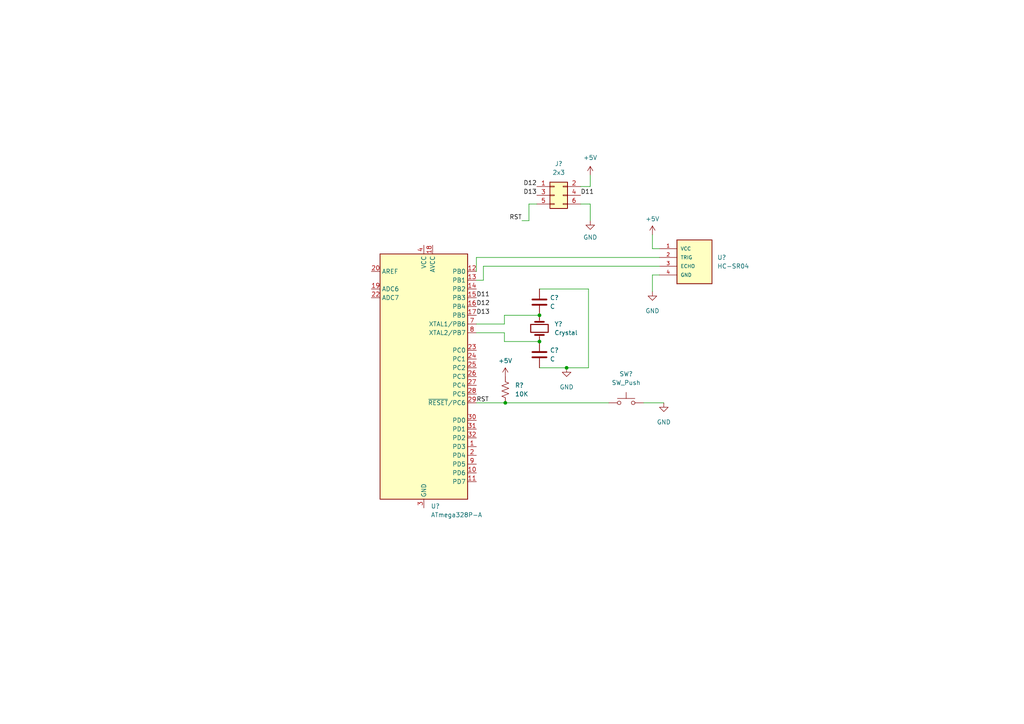
<source format=kicad_sch>
(kicad_sch (version 20211123) (generator eeschema)
  (paper "A4")
  (lib_symbols
    (symbol "Connector_Generic:Conn_02x03_Odd_Even" (pin_names (offset 1.016) hide)
      (property "Reference" "J" (at 1.27 5.08 0))
      (property "Value" "Conn_02x03_Odd_Even" (at 1.27 -5.08 0))
      (symbol "Conn_02x03_Odd_Even_1_1"
        (rectangle (start -1.27 -2.413) (end 0 -2.667) (stroke (width 0.1524)))
        (rectangle (start -1.27 0.127) (end 0 -0.127) (stroke (width 0.1524)))
        (rectangle (start -1.27 2.667) (end 0 2.413) (stroke (width 0.1524)))
        (rectangle (start -1.27 3.81) (end 3.81 -3.81) (stroke (width 0.254)) (fill (type background)))
        (rectangle (start 3.81 -2.413) (end 2.54 -2.667) (stroke (width 0.1524)))
        (rectangle (start 3.81 0.127) (end 2.54 -0.127) (stroke (width 0.1524)))
        (rectangle (start 3.81 2.667) (end 2.54 2.413) (stroke (width 0.1524)))
        (pin passive line (at -5.08 2.54 0) (length 3.81) (name "Pin_1") (number "1"))
        (pin passive line (at 7.62 2.54 180) (length 3.81) (name "Pin_2") (number "2"))
        (pin passive line (at -5.08 0 0) (length 3.81) (name "Pin_3") (number "3"))
        (pin passive line (at 7.62 0 180) (length 3.81) (name "Pin_4") (number "4"))
        (pin passive line (at -5.08 -2.54 0) (length 3.81) (name "Pin_5") (number "5"))
        (pin passive line (at 7.62 -2.54 180) (length 3.81) (name "Pin_6") (number "6"))
      )
    )
    (symbol "Device:C" (pin_numbers hide) (pin_names (offset 0.254))
      (property "Reference" "C" (at 0.635 2.54 0))
      (property "Value" "C" (at 0.635 -2.54 0))
      (symbol "C_0_1"
        (polyline (pts (xy -2.032 -0.762) (xy 2.032 -0.762)) (stroke (width 0.508)))
        (polyline (pts (xy -2.032 0.762) (xy 2.032 0.762)) (stroke (width 0.508)))
      )
      (symbol "C_1_1"
        (pin passive line (at 0 3.81 270) (length 2.794) (name "~") (number "1"))
        (pin passive line (at 0 -3.81 90) (length 2.794) (name "~") (number "2"))
      )
    )
    (symbol "Device:Crystal" (pin_numbers hide) (pin_names (offset 1.016) hide)
      (property "Reference" "Y" (at 0 3.81 0))
      (property "Value" "Crystal" (at 0 -3.81 0))
      (symbol "Crystal_0_1"
        (rectangle (start -1.143 2.54) (end 1.143 -2.54) (stroke (width 0.3048)))
        (polyline (pts (xy -2.54 0) (xy -1.905 0)))
        (polyline (pts (xy -1.905 -1.27) (xy -1.905 1.27)) (stroke (width 0.508)))
        (polyline (pts (xy 1.905 -1.27) (xy 1.905 1.27)) (stroke (width 0.508)))
        (polyline (pts (xy 2.54 0) (xy 1.905 0)))
      )
      (symbol "Crystal_1_1"
        (pin passive line (at -3.81 0 0) (length 1.27) (name "1") (number "1"))
        (pin passive line (at 3.81 0 180) (length 1.27) (name "2") (number "2"))
      )
    )
    (symbol "Device:R_US" (pin_numbers hide) (pin_names (offset 0))
      (property "Reference" "R" (at 2.54 0 90))
      (property "Value" "R_US" (at -2.54 0 90))
      (symbol "R_US_0_1"
        (polyline (pts (xy 0 -2.286) (xy 0 -2.54)))
        (polyline (pts (xy 0 2.286) (xy 0 2.54)))
        (polyline (pts (xy 0 -0.762) (xy 1.016 -1.143) (xy 0 -1.524) (xy -1.016 -1.905) (xy 0 -2.286)))
        (polyline (pts (xy 0 0.762) (xy 1.016 0.381) (xy 0 0) (xy -1.016 -0.381) (xy 0 -0.762)))
        (polyline (pts (xy 0 2.286) (xy 1.016 1.905) (xy 0 1.524) (xy -1.016 1.143) (xy 0 0.762)))
      )
      (symbol "R_US_1_1"
        (pin passive line (at 0 3.81 270) (length 1.27) (name "~") (number "1"))
        (pin passive line (at 0 -3.81 90) (length 1.27) (name "~") (number "2"))
      )
    )
    (symbol "MCU_Microchip_ATmega:ATmega328P-A"
      (property "Reference" "U" (at -12.7 36.83 0))
      (property "Value" "ATmega328P-A" (at 2.54 -36.83 0))
      (symbol "ATmega328P-A_0_1"
        (rectangle (start -12.7 -35.56) (end 12.7 35.56) (stroke (width 0.254)) (fill (type background)))
      )
      (symbol "ATmega328P-A_1_1"
        (pin bidirectional line (at 15.24 -20.32 180) (length 2.54) (name "PD3") (number "1"))
        (pin bidirectional line (at 15.24 -27.94 180) (length 2.54) (name "PD6") (number "10"))
        (pin bidirectional line (at 15.24 -30.48 180) (length 2.54) (name "PD7") (number "11"))
        (pin bidirectional line (at 15.24 30.48 180) (length 2.54) (name "PB0") (number "12"))
        (pin bidirectional line (at 15.24 27.94 180) (length 2.54) (name "PB1") (number "13"))
        (pin bidirectional line (at 15.24 25.4 180) (length 2.54) (name "PB2") (number "14"))
        (pin bidirectional line (at 15.24 22.86 180) (length 2.54) (name "PB3") (number "15"))
        (pin bidirectional line (at 15.24 20.32 180) (length 2.54) (name "PB4") (number "16"))
        (pin bidirectional line (at 15.24 17.78 180) (length 2.54) (name "PB5") (number "17"))
        (pin power_in line (at 2.54 38.1 270) (length 2.54) (name "AVCC") (number "18"))
        (pin input line (at -15.24 25.4 0) (length 2.54) (name "ADC6") (number "19"))
        (pin bidirectional line (at 15.24 -22.86 180) (length 2.54) (name "PD4") (number "2"))
        (pin passive line (at -15.24 30.48 0) (length 2.54) (name "AREF") (number "20"))
        (pin passive line (at 0 -38.1 90) (length 2.54) hide (name "GND") (number "21"))
        (pin input line (at -15.24 22.86 0) (length 2.54) (name "ADC7") (number "22"))
        (pin bidirectional line (at 15.24 7.62 180) (length 2.54) (name "PC0") (number "23"))
        (pin bidirectional line (at 15.24 5.08 180) (length 2.54) (name "PC1") (number "24"))
        (pin bidirectional line (at 15.24 2.54 180) (length 2.54) (name "PC2") (number "25"))
        (pin bidirectional line (at 15.24 0 180) (length 2.54) (name "PC3") (number "26"))
        (pin bidirectional line (at 15.24 -2.54 180) (length 2.54) (name "PC4") (number "27"))
        (pin bidirectional line (at 15.24 -5.08 180) (length 2.54) (name "PC5") (number "28"))
        (pin bidirectional line (at 15.24 -7.62 180) (length 2.54) (name "~{RESET}/PC6") (number "29"))
        (pin power_in line (at 0 -38.1 90) (length 2.54) (name "GND") (number "3"))
        (pin bidirectional line (at 15.24 -12.7 180) (length 2.54) (name "PD0") (number "30"))
        (pin bidirectional line (at 15.24 -15.24 180) (length 2.54) (name "PD1") (number "31"))
        (pin bidirectional line (at 15.24 -17.78 180) (length 2.54) (name "PD2") (number "32"))
        (pin power_in line (at 0 38.1 270) (length 2.54) (name "VCC") (number "4"))
        (pin passive line (at 0 -38.1 90) (length 2.54) hide (name "GND") (number "5"))
        (pin passive line (at 0 38.1 270) (length 2.54) hide (name "VCC") (number "6"))
        (pin bidirectional line (at 15.24 15.24 180) (length 2.54) (name "XTAL1/PB6") (number "7"))
        (pin bidirectional line (at 15.24 12.7 180) (length 2.54) (name "XTAL2/PB7") (number "8"))
        (pin bidirectional line (at 15.24 -25.4 180) (length 2.54) (name "PD5") (number "9"))
      )
    )
    (symbol "New_Library:HC-SR04" (pin_names (offset 1.016))
      (property "Reference" "U" (at 0 5.08 0))
      (property "Value" "HC-SR04" (at 0 -10.16 0))
      (symbol "HC-SR04_0_0"
        (rectangle (start 0 -7.62) (end 10.16 5.08) (stroke (width 0.254)) (fill (type background)))
        (polyline (pts (xy 0 5.08) (xy 0 -7.62)) (stroke (width 0.254)))
        (pin power_in line (at -5.08 2.54 0) (length 5.08) (name "VCC") (number "1"))
        (pin bidirectional line (at -5.08 0 0) (length 5.08) (name "TRIG") (number "2"))
        (pin bidirectional line (at -5.08 -2.54 0) (length 5.08) (name "ECHO") (number "3"))
        (pin power_in line (at -5.08 -5.08 0) (length 5.08) (name "GND") (number "4"))
      )
    )
    (symbol "Switch:SW_Push" (pin_numbers hide) (pin_names (offset 1.016) hide)
      (property "Reference" "SW" (at 1.27 2.54 0))
      (property "Value" "SW_Push" (at 0 -1.524 0))
      (symbol "SW_Push_0_1"
        (circle (center -2.032 0) (radius 0.508))
        (polyline (pts (xy 0 1.27) (xy 0 3.048)))
        (polyline (pts (xy 2.54 1.27) (xy -2.54 1.27)))
        (circle (center 2.032 0) (radius 0.508))
        (pin passive line (at -5.08 0 0) (length 2.54) (name "1") (number "1"))
        (pin passive line (at 5.08 0 180) (length 2.54) (name "2") (number "2"))
      )
    )
    (symbol "power:+5V" (power) (pin_names (offset 0))
      (property "Value" "+5V" (at 0 3.556 0))
      (symbol "+5V_0_1"
        (polyline (pts (xy -0.762 1.27) (xy 0 2.54)))
        (polyline (pts (xy 0 0) (xy 0 2.54)))
        (polyline (pts (xy 0 2.54) (xy 0.762 1.27)))
      )
      (symbol "+5V_1_1"
        (pin power_in line (at 0 0 90) (length 0) hide (name "+5V") (number "1"))
      )
    )
    (symbol "power:GND" (power) (pin_names (offset 0))
      (property "Value" "GND" (at 0 -3.81 0))
      (symbol "GND_0_1"
        (polyline (pts (xy 0 0) (xy 0 -1.27) (xy 1.27 -1.27) (xy 0 -2.54) (xy -1.27 -1.27) (xy 0 -1.27)))
      )
      (symbol "GND_1_1"
        (pin power_in line (at 0 0 270) (length 0) hide (name "GND") (number "1"))
      )
    )
  )
  (junction (at 164.338 106.68))
  (junction (at 156.464 99.06))
  (junction (at 156.464 91.44))
  (junction (at 146.558 116.84))
  (wire (pts (xy 171.196 54.102) (xy 171.196 50.8)))
  (wire (pts (xy 153.416 59.182) (xy 153.416 64.008)))
  (wire (pts (xy 146.304 93.98) (xy 146.304 91.44)))
  (wire (pts (xy 191.262 77.216) (xy 140.208 77.216)))
  (wire (pts (xy 186.69 116.84) (xy 192.532 116.84)))
  (wire (pts (xy 140.208 77.216) (xy 140.208 81.28)))
  (wire (pts (xy 155.702 59.182) (xy 153.416 59.182)))
  (wire (pts (xy 146.304 96.52) (xy 146.304 99.06)))
  (wire (pts (xy 146.304 91.44) (xy 156.464 91.44)))
  (wire (pts (xy 189.23 68.072) (xy 189.23 72.136)))
  (wire (pts (xy 189.23 79.756) (xy 191.262 79.756)))
  (wire (pts (xy 189.23 84.582) (xy 189.23 79.756)))
  (wire (pts (xy 146.304 99.06) (xy 156.464 99.06)))
  (wire (pts (xy 138.176 93.98) (xy 146.304 93.98)))
  (wire (pts (xy 140.208 81.28) (xy 138.176 81.28)))
  (wire (pts (xy 171.196 59.182) (xy 168.402 59.182)))
  (wire (pts (xy 164.338 106.68) (xy 156.464 106.68)))
  (wire (pts (xy 171.196 64.008) (xy 171.196 59.182)))
  (wire (pts (xy 170.688 106.68) (xy 164.338 106.68)))
  (wire (pts (xy 146.558 116.84) (xy 176.53 116.84)))
  (wire (pts (xy 170.688 83.82) (xy 170.688 106.68)))
  (wire (pts (xy 189.23 72.136) (xy 191.262 72.136)))
  (wire (pts (xy 156.464 83.82) (xy 170.688 83.82)))
  (wire (pts (xy 191.262 74.676) (xy 138.176 74.676)))
  (wire (pts (xy 138.176 96.52) (xy 146.304 96.52)))
  (wire (pts (xy 138.176 116.84) (xy 146.558 116.84)))
  (wire (pts (xy 153.416 64.008) (xy 151.384 64.008)))
  (wire (pts (xy 138.176 74.676) (xy 138.176 78.74)))
  (wire (pts (xy 168.402 54.102) (xy 171.196 54.102)))
  (label "D13" (at 155.702 56.642 180))
  (label "D13" (at 138.176 91.44 0))
  (label "RST" (at 138.176 116.84 0))
  (label "RST" (at 151.384 64.008 180))
  (label "D12" (at 155.702 54.102 180))
  (label "D12" (at 138.176 88.9 0))
  (label "D11" (at 138.176 86.36 0))
  (label "D11" (at 168.402 56.642 0))
  (symbol (lib_id "power:+5V") (at 189.23 68.072 0) (unit 1)
    (property "Reference" "#PWR?" (effects hide))
    (property "Value" "+5V" (at 189.23 63.5 0))
  )
  (symbol (lib_id "power:+5V") (at 146.558 109.22 0) (unit 1)
    (property "Reference" "#PWR?" (effects hide))
    (property "Value" "+5V" (at 146.558 104.648 0))
  )
  (symbol (lib_id "MCU_Microchip_ATmega:ATmega328P-A") (at 122.936 109.22 0) (unit 1)
    (property "Reference" "U?" (at 124.9554 146.812 0) (effects (justify left)))
    (property "Value" "ATmega328P-A" (at 124.9554 149.352 0) (effects (justify left)))
    (property "Footprint" "Package_QFP:TQFP-32_7x7mm_P0.8mm" (effects hide))
    (property "Datasheet" "http://ww1.microchip.com/downloads/en/DeviceDoc/ATmega328_P%20AVR%20MCU%20with%20picoPower%20Technology%20Data%20Sheet%2040001984A.pdf" (effects hide))
  )
  (symbol (lib_id "Connector_Generic:Conn_02x03_Odd_Even") (at 160.782 56.642 0) (unit 1)
    (property "Reference" "J?" (at 162.052 47.498 0))
    (property "Value" "2x3" (at 162.052 50.038 0))
  )
  (symbol (lib_id "Device:Crystal") (at 156.464 95.25 90) (unit 1)
    (property "Reference" "Y?" (at 160.782 93.9799 90) (effects (justify right)))
    (property "Value" "Crystal" (at 160.782 96.5199 90) (effects (justify right)))
  )
  (symbol (lib_id "Switch:SW_Push") (at 181.61 116.84 0) (unit 1)
    (property "Reference" "SW?" (at 181.61 108.458 0))
    (property "Value" "SW_Push" (at 181.61 110.998 0))
  )
  (symbol (lib_id "New_Library:HC-SR04") (at 196.342 74.676 0) (unit 1)
    (property "Reference" "U?" (at 208.026 74.6759 0) (effects (justify left)))
    (property "Value" "HC-SR04" (at 208.026 77.2159 0) (effects (justify left)))
    (property "Footprint" "XCVR_HC-SR04" (effects hide))
    (property "MANUFACTURER" "Osepp" (effects hide))
  )
  (symbol (lib_id "power:GND") (at 171.196 64.008 0) (unit 1)
    (property "Reference" "#PWR?" (effects hide))
    (property "Value" "GND" (at 171.196 68.834 0))
  )
  (symbol (lib_id "power:GND") (at 192.532 116.84 0) (unit 1)
    (property "Reference" "#PWR?" (effects hide))
    (property "Value" "GND" (at 192.532 122.428 0))
  )
  (symbol (lib_id "Device:C") (at 156.464 87.63 0) (unit 1)
    (property "Reference" "C?" (at 159.512 86.3599 0) (effects (justify left)))
    (property "Value" "C" (at 159.512 88.8999 0) (effects (justify left)))
  )
  (symbol (lib_id "power:GND") (at 164.338 106.68 0) (unit 1)
    (property "Reference" "#PWR?" (effects hide))
    (property "Value" "GND" (at 164.338 112.268 0))
  )
  (symbol (lib_id "Device:R_US") (at 146.558 113.03 0) (unit 1)
    (property "Reference" "R?" (at 149.352 111.7599 0) (effects (justify left)))
    (property "Value" "10K" (at 149.352 114.2999 0) (effects (justify left)))
  )
  (symbol (lib_id "Device:C") (at 156.464 102.87 0) (unit 1)
    (property "Reference" "C?" (at 159.512 101.5999 0) (effects (justify left)))
    (property "Value" "C" (at 159.512 104.1399 0) (effects (justify left)))
  )
  (symbol (lib_id "power:GND") (at 189.23 84.582 0) (unit 1)
    (property "Reference" "#PWR?" (effects hide))
    (property "Value" "GND" (at 189.23 90.17 0))
  )
  (symbol (lib_id "power:+5V") (at 171.196 50.8 0) (unit 1)
    (property "Reference" "#PWR?" (effects hide))
    (property "Value" "+5V" (at 171.196 45.72 0))
  )
)
</source>
